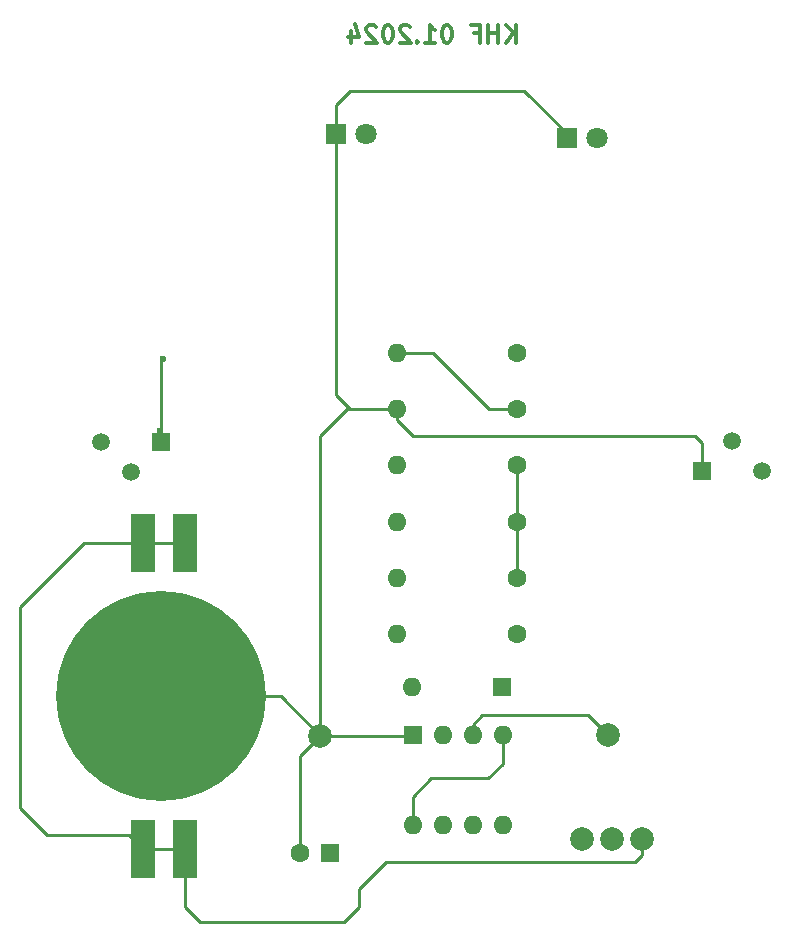
<source format=gbr>
%TF.GenerationSoftware,KiCad,Pcbnew,8.0.1*%
%TF.CreationDate,2024-04-02T10:26:23+02:00*%
%TF.ProjectId,Monster,4d6f6e73-7465-4722-9e6b-696361645f70,rev?*%
%TF.SameCoordinates,Original*%
%TF.FileFunction,Copper,L2,Bot*%
%TF.FilePolarity,Positive*%
%FSLAX46Y46*%
G04 Gerber Fmt 4.6, Leading zero omitted, Abs format (unit mm)*
G04 Created by KiCad (PCBNEW 8.0.1) date 2024-04-02 10:26:23*
%MOMM*%
%LPD*%
G01*
G04 APERTURE LIST*
%ADD10C,0.300000*%
%TA.AperFunction,NonConductor*%
%ADD11C,0.300000*%
%TD*%
%TA.AperFunction,ComponentPad*%
%ADD12R,1.800000X1.800000*%
%TD*%
%TA.AperFunction,ComponentPad*%
%ADD13C,1.800000*%
%TD*%
%TA.AperFunction,SMDPad,CuDef*%
%ADD14C,2.000000*%
%TD*%
%TA.AperFunction,ComponentPad*%
%ADD15C,1.600000*%
%TD*%
%TA.AperFunction,ComponentPad*%
%ADD16O,1.600000X1.600000*%
%TD*%
%TA.AperFunction,ComponentPad*%
%ADD17R,1.600000X1.600000*%
%TD*%
%TA.AperFunction,SMDPad,CuDef*%
%ADD18R,2.000000X5.000000*%
%TD*%
%TA.AperFunction,SMDPad,CuDef*%
%ADD19C,17.780000*%
%TD*%
%TA.AperFunction,ComponentPad*%
%ADD20C,1.500000*%
%TD*%
%TA.AperFunction,ComponentPad*%
%ADD21R,1.500000X1.500000*%
%TD*%
%TA.AperFunction,ComponentPad*%
%ADD22C,2.000000*%
%TD*%
%TA.AperFunction,ViaPad*%
%ADD23C,0.600000*%
%TD*%
%TA.AperFunction,Conductor*%
%ADD24C,0.250000*%
%TD*%
G04 APERTURE END LIST*
D10*
D11*
X68725489Y-38500828D02*
X68725489Y-37000828D01*
X67868346Y-38500828D02*
X68511203Y-37643685D01*
X67868346Y-37000828D02*
X68725489Y-37857971D01*
X67225489Y-38500828D02*
X67225489Y-37000828D01*
X67225489Y-37715114D02*
X66368346Y-37715114D01*
X66368346Y-38500828D02*
X66368346Y-37000828D01*
X65154060Y-37715114D02*
X65654060Y-37715114D01*
X65654060Y-38500828D02*
X65654060Y-37000828D01*
X65654060Y-37000828D02*
X64939774Y-37000828D01*
X62939774Y-37000828D02*
X62796917Y-37000828D01*
X62796917Y-37000828D02*
X62654060Y-37072257D01*
X62654060Y-37072257D02*
X62582632Y-37143685D01*
X62582632Y-37143685D02*
X62511203Y-37286542D01*
X62511203Y-37286542D02*
X62439774Y-37572257D01*
X62439774Y-37572257D02*
X62439774Y-37929400D01*
X62439774Y-37929400D02*
X62511203Y-38215114D01*
X62511203Y-38215114D02*
X62582632Y-38357971D01*
X62582632Y-38357971D02*
X62654060Y-38429400D01*
X62654060Y-38429400D02*
X62796917Y-38500828D01*
X62796917Y-38500828D02*
X62939774Y-38500828D01*
X62939774Y-38500828D02*
X63082632Y-38429400D01*
X63082632Y-38429400D02*
X63154060Y-38357971D01*
X63154060Y-38357971D02*
X63225489Y-38215114D01*
X63225489Y-38215114D02*
X63296917Y-37929400D01*
X63296917Y-37929400D02*
X63296917Y-37572257D01*
X63296917Y-37572257D02*
X63225489Y-37286542D01*
X63225489Y-37286542D02*
X63154060Y-37143685D01*
X63154060Y-37143685D02*
X63082632Y-37072257D01*
X63082632Y-37072257D02*
X62939774Y-37000828D01*
X61011203Y-38500828D02*
X61868346Y-38500828D01*
X61439775Y-38500828D02*
X61439775Y-37000828D01*
X61439775Y-37000828D02*
X61582632Y-37215114D01*
X61582632Y-37215114D02*
X61725489Y-37357971D01*
X61725489Y-37357971D02*
X61868346Y-37429400D01*
X60368347Y-38357971D02*
X60296918Y-38429400D01*
X60296918Y-38429400D02*
X60368347Y-38500828D01*
X60368347Y-38500828D02*
X60439775Y-38429400D01*
X60439775Y-38429400D02*
X60368347Y-38357971D01*
X60368347Y-38357971D02*
X60368347Y-38500828D01*
X59725489Y-37143685D02*
X59654061Y-37072257D01*
X59654061Y-37072257D02*
X59511204Y-37000828D01*
X59511204Y-37000828D02*
X59154061Y-37000828D01*
X59154061Y-37000828D02*
X59011204Y-37072257D01*
X59011204Y-37072257D02*
X58939775Y-37143685D01*
X58939775Y-37143685D02*
X58868346Y-37286542D01*
X58868346Y-37286542D02*
X58868346Y-37429400D01*
X58868346Y-37429400D02*
X58939775Y-37643685D01*
X58939775Y-37643685D02*
X59796918Y-38500828D01*
X59796918Y-38500828D02*
X58868346Y-38500828D01*
X57939775Y-37000828D02*
X57796918Y-37000828D01*
X57796918Y-37000828D02*
X57654061Y-37072257D01*
X57654061Y-37072257D02*
X57582633Y-37143685D01*
X57582633Y-37143685D02*
X57511204Y-37286542D01*
X57511204Y-37286542D02*
X57439775Y-37572257D01*
X57439775Y-37572257D02*
X57439775Y-37929400D01*
X57439775Y-37929400D02*
X57511204Y-38215114D01*
X57511204Y-38215114D02*
X57582633Y-38357971D01*
X57582633Y-38357971D02*
X57654061Y-38429400D01*
X57654061Y-38429400D02*
X57796918Y-38500828D01*
X57796918Y-38500828D02*
X57939775Y-38500828D01*
X57939775Y-38500828D02*
X58082633Y-38429400D01*
X58082633Y-38429400D02*
X58154061Y-38357971D01*
X58154061Y-38357971D02*
X58225490Y-38215114D01*
X58225490Y-38215114D02*
X58296918Y-37929400D01*
X58296918Y-37929400D02*
X58296918Y-37572257D01*
X58296918Y-37572257D02*
X58225490Y-37286542D01*
X58225490Y-37286542D02*
X58154061Y-37143685D01*
X58154061Y-37143685D02*
X58082633Y-37072257D01*
X58082633Y-37072257D02*
X57939775Y-37000828D01*
X56868347Y-37143685D02*
X56796919Y-37072257D01*
X56796919Y-37072257D02*
X56654062Y-37000828D01*
X56654062Y-37000828D02*
X56296919Y-37000828D01*
X56296919Y-37000828D02*
X56154062Y-37072257D01*
X56154062Y-37072257D02*
X56082633Y-37143685D01*
X56082633Y-37143685D02*
X56011204Y-37286542D01*
X56011204Y-37286542D02*
X56011204Y-37429400D01*
X56011204Y-37429400D02*
X56082633Y-37643685D01*
X56082633Y-37643685D02*
X56939776Y-38500828D01*
X56939776Y-38500828D02*
X56011204Y-38500828D01*
X54725491Y-37500828D02*
X54725491Y-38500828D01*
X55082633Y-36929400D02*
X55439776Y-38000828D01*
X55439776Y-38000828D02*
X54511205Y-38000828D01*
D12*
%TO.P,D1,1,K*%
%TO.N,Net-(D1-K)*%
X53492000Y-46252000D03*
D13*
%TO.P,D1,2,A*%
%TO.N,Net-(D1-A)*%
X56032000Y-46252000D03*
%TD*%
D14*
%TO.P,,1*%
%TO.N,Net-(D1-K)*%
X52132000Y-97202000D03*
%TD*%
D12*
%TO.P,D2,1,K*%
%TO.N,Net-(D1-K)*%
X72992000Y-46552000D03*
D13*
%TO.P,D2,2,A*%
%TO.N,Net-(D1-A)*%
X75532000Y-46552000D03*
%TD*%
D15*
%TO.P,R3,1*%
%TO.N,Net-(D3-K)*%
X68842000Y-64802000D03*
D16*
%TO.P,R3,2*%
%TO.N,Net-(Q1-B)*%
X58682000Y-64802000D03*
%TD*%
D15*
%TO.P,R5,1*%
%TO.N,Net-(S1-E)*%
X68842000Y-74302000D03*
D16*
%TO.P,R5,2*%
%TO.N,Net-(Q1-C)*%
X58682000Y-74302000D03*
%TD*%
D17*
%TO.P,D3,1,K*%
%TO.N,Net-(D3-K)*%
X67572000Y-93052000D03*
D16*
%TO.P,D3,2,A*%
%TO.N,Net-(D3-A)*%
X59952000Y-93052000D03*
%TD*%
D17*
%TO.P,U1,1,GND*%
%TO.N,Net-(D1-K)*%
X59962000Y-97152000D03*
D16*
%TO.P,U1,2,TR*%
%TO.N,Net-(D3-K)*%
X62502000Y-97152000D03*
%TO.P,U1,3,Q*%
%TO.N,unconnected-(U1-Q-Pad3)*%
X65042000Y-97152000D03*
%TO.P,U1,4,R*%
%TO.N,Net-(S1-E)*%
X67582000Y-97152000D03*
%TO.P,U1,5,CV*%
%TO.N,unconnected-(U1-CV-Pad5)*%
X67582000Y-104772000D03*
%TO.P,U1,6,THR*%
%TO.N,Net-(D3-K)*%
X65042000Y-104772000D03*
%TO.P,U1,7,DIS*%
%TO.N,Net-(D3-A)*%
X62502000Y-104772000D03*
%TO.P,U1,8,VCC*%
%TO.N,Net-(S1-E)*%
X59962000Y-104772000D03*
%TD*%
D17*
%TO.P,C1,1*%
%TO.N,Net-(D3-K)*%
X52964380Y-107152000D03*
D15*
%TO.P,C1,2*%
%TO.N,Net-(D1-K)*%
X50464380Y-107152000D03*
%TD*%
D18*
%TO.P,U2,1*%
%TO.N,Net-(S1-A-Pad1)*%
X40714000Y-80898000D03*
X37158000Y-80898000D03*
X40714000Y-106792000D03*
X37158000Y-106792000D03*
D19*
%TO.P,U2,2*%
%TO.N,Net-(D1-K)*%
X38682000Y-93852000D03*
%TD*%
D20*
%TO.P,Q1,1,E*%
%TO.N,Net-(Q1-C)*%
X89562000Y-74802000D03*
%TO.P,Q1,2,B*%
%TO.N,Net-(Q1-B)*%
X87022000Y-72262000D03*
D21*
%TO.P,Q1,3,C*%
%TO.N,Net-(D1-K)*%
X84482000Y-74802000D03*
%TD*%
D15*
%TO.P,R1off1,1*%
%TO.N,Net-(S1-E)*%
X68842000Y-83802000D03*
D16*
%TO.P,R1off1,2*%
%TO.N,Net-(D3-A)*%
X58682000Y-83802000D03*
%TD*%
D15*
%TO.P,R6,1*%
%TO.N,Net-(S1-E)*%
X68842000Y-79052000D03*
D16*
%TO.P,R6,2*%
%TO.N,Net-(Q2-C)*%
X58682000Y-79052000D03*
%TD*%
D14*
%TO.P,Q,1*%
%TO.N,unconnected-(U1-Q-Pad3)*%
X76532000Y-97152000D03*
%TD*%
D15*
%TO.P,R4,1*%
%TO.N,Net-(Q1-B)*%
X68842000Y-69552000D03*
D16*
%TO.P,R4,2*%
%TO.N,Net-(D1-K)*%
X58682000Y-69552000D03*
%TD*%
D15*
%TO.P,R2on2,1*%
%TO.N,Net-(D3-K)*%
X68842000Y-88552000D03*
D16*
%TO.P,R2on2,2*%
%TO.N,Net-(D3-A)*%
X58682000Y-88552000D03*
%TD*%
D22*
%TO.P,S1,1,A*%
%TO.N,Net-(S1-A-Pad1)*%
X79412000Y-105902000D03*
%TO.P,S1,2,E*%
%TO.N,Net-(S1-E)*%
X76872000Y-105902000D03*
%TO.P,S1,3,A*%
%TO.N,unconnected-(S1-A-Pad3)*%
X74332000Y-105902000D03*
%TD*%
D20*
%TO.P,Q2,1,E*%
%TO.N,Net-(Q2-C)*%
X33604000Y-72314000D03*
%TO.P,Q2,2,B*%
%TO.N,Net-(Q1-C)*%
X36144000Y-74854000D03*
D21*
%TO.P,Q2,3,C*%
%TO.N,Net-(D1-A)*%
X38684000Y-72314000D03*
%TD*%
D23*
%TO.N,Net-(D1-A)*%
X38608000Y-71374000D03*
X38862000Y-65278000D03*
%TD*%
D24*
%TO.N,Net-(D1-K)*%
X72992000Y-46552000D02*
X72992000Y-46170000D01*
X83896000Y-71806000D02*
X60020000Y-71806000D01*
X54686000Y-42596000D02*
X53492000Y-43790000D01*
X58682000Y-70468000D02*
X58682000Y-69552000D01*
X53492000Y-43790000D02*
X53492000Y-46252000D01*
X38682000Y-93852000D02*
X48782000Y-93852000D01*
X50464380Y-98869620D02*
X52132000Y-97202000D01*
X59912000Y-97202000D02*
X59962000Y-97152000D01*
X54400000Y-69552000D02*
X52132000Y-71820000D01*
X50464380Y-107152000D02*
X50464380Y-98869620D01*
X54686000Y-69552000D02*
X54400000Y-69552000D01*
X53492000Y-68358000D02*
X54686000Y-69552000D01*
X83896000Y-71806000D02*
X84482000Y-72392000D01*
X60020000Y-71806000D02*
X58682000Y-70468000D01*
X52132000Y-97202000D02*
X59912000Y-97202000D01*
X58682000Y-69552000D02*
X54686000Y-69552000D01*
X53492000Y-46252000D02*
X53492000Y-68358000D01*
X84482000Y-72392000D02*
X84482000Y-74802000D01*
X69418000Y-42596000D02*
X54686000Y-42596000D01*
X72992000Y-46170000D02*
X69418000Y-42596000D01*
X52132000Y-71820000D02*
X52132000Y-97202000D01*
X48782000Y-93852000D02*
X52132000Y-97202000D01*
%TO.N,Net-(D1-A)*%
X38684000Y-65456000D02*
X38684000Y-72314000D01*
X38862000Y-65278000D02*
X38684000Y-65456000D01*
%TO.N,Net-(Q1-B)*%
X61652000Y-64802000D02*
X58682000Y-64802000D01*
X68842000Y-69552000D02*
X66402000Y-69552000D01*
X66402000Y-69552000D02*
X61652000Y-64802000D01*
%TO.N,Net-(S1-E)*%
X59962000Y-104772000D02*
X59962000Y-102344000D01*
X67582000Y-99550000D02*
X67582000Y-97152000D01*
X61544000Y-100762000D02*
X66370000Y-100762000D01*
X66370000Y-100762000D02*
X67582000Y-99550000D01*
X68842000Y-79052000D02*
X68842000Y-83802000D01*
X59962000Y-102344000D02*
X61544000Y-100762000D01*
X68842000Y-74302000D02*
X68842000Y-79052000D01*
%TO.N,Net-(S1-A-Pad1)*%
X32132000Y-80898000D02*
X26746000Y-86284000D01*
X37158000Y-80898000D02*
X32132000Y-80898000D01*
X55448000Y-111684000D02*
X54178000Y-112954000D01*
X79412000Y-107278000D02*
X78816000Y-107874000D01*
X78816000Y-107874000D02*
X57734000Y-107874000D01*
X40714000Y-111682000D02*
X40714000Y-106792000D01*
X40714000Y-80898000D02*
X37158000Y-80898000D01*
X57734000Y-107874000D02*
X55448000Y-110160000D01*
X29032000Y-105588000D02*
X35954000Y-105588000D01*
X41986000Y-112954000D02*
X40714000Y-111682000D01*
X79412000Y-105902000D02*
X79412000Y-107278000D01*
X35954000Y-105588000D02*
X37158000Y-106792000D01*
X26746000Y-86284000D02*
X26746000Y-103302000D01*
X26746000Y-103302000D02*
X29032000Y-105588000D01*
X54178000Y-112954000D02*
X41986000Y-112954000D01*
X55448000Y-110160000D02*
X55448000Y-111684000D01*
X37158000Y-106792000D02*
X40714000Y-106792000D01*
%TO.N,unconnected-(U1-Q-Pad3)*%
X65042000Y-97152000D02*
X65042000Y-96248000D01*
X65862000Y-95428000D02*
X74808000Y-95428000D01*
X65042000Y-96248000D02*
X65862000Y-95428000D01*
X74808000Y-95428000D02*
X76532000Y-97152000D01*
%TD*%
M02*

</source>
